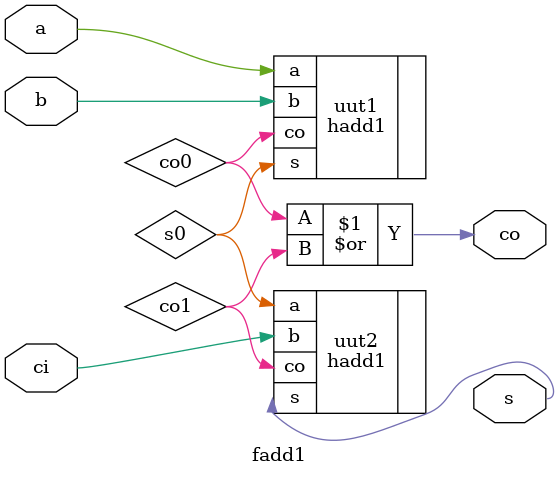
<source format=v>
`timescale 1ns / 1ps

module fadd1(
    input a,
    input b,
    input ci,
    output s,
    output co
);

    wire s0, co0, co1;

    assign co = co0 | co1;
    

    hadd1 uut1(.a(a),.b(b),.s(s0),.co(co0));
    hadd1 uut2(.a(s0),.b(ci),.s(s),.co(co1));

endmodule

</source>
